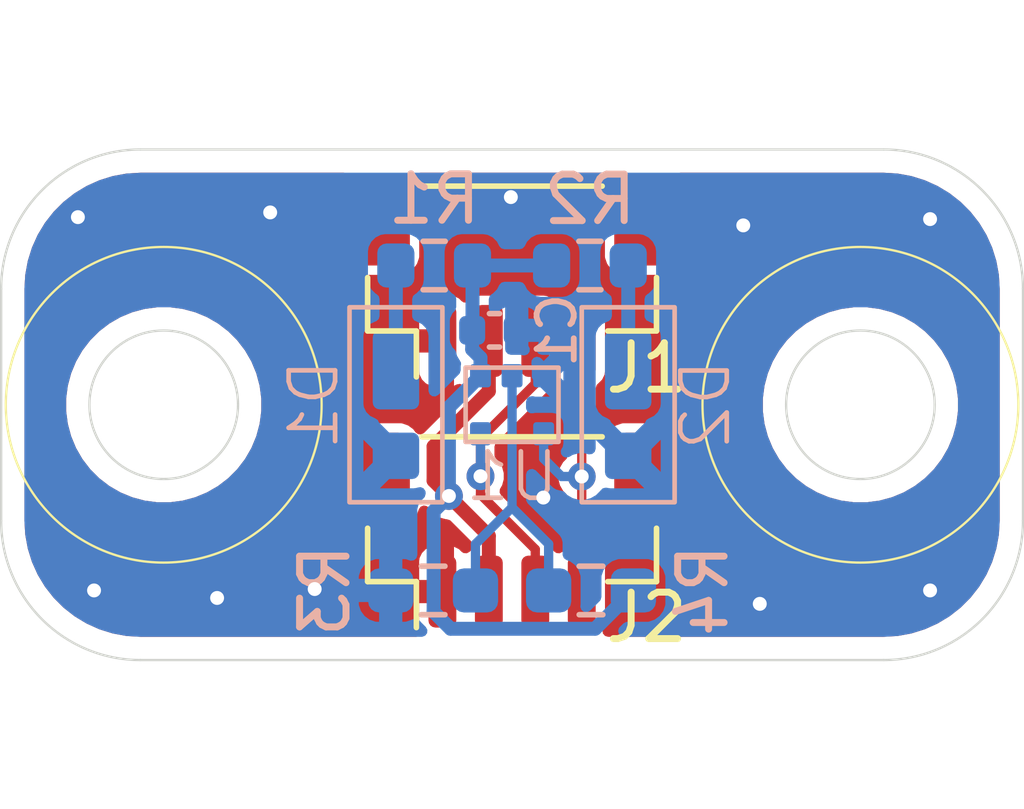
<source format=kicad_pcb>
(kicad_pcb (version 20241229) (generator "pcbnew") (generator_version "9.0")
  (layers (0 "F.Cu" signal) (2 "B.Cu" signal) (13 "F.Paste" user) (15 "B.Paste" user) (5 "F.SilkS" user "F.Silkscreen") (7 "B.SilkS" user "B.Silkscreen") (1 "F.Mask" user) (3 "B.Mask" user) (25 "Edge.Cuts" user))
  (net 0 "")
  (net 1 "GND")
  (net 2 "+3.3V")
  (net 3 "Net-(D1-A)")
  (net 4 "Net-(D2-A)")
  (net 5 "Net-(J1-Pin_3)")
  (net 6 "Net-(J1-Pin_4)")
  (net 7 "Net-(U1-ADDR)")
  (footprint "Connector_JST:JST_SH_BM04B-SRSS-TB_1x04-1MP_P1.00mm_Vertical" (layer "F.Cu") (at 46 19.3)
    (property "Reference" "J1" (at 2.897 1.9092 0) (layer "F.SilkS"))
    (property "Value" "Conn_01x04")
    (fp_line (start -3.11 -0.04) (end -3.11 1.11) (stroke (width 0.12)) (layer "F.SilkS"))
    (fp_line (start -3.11 1.11) (end -2.06 1.11) (stroke (width 0.12)) (layer "F.SilkS"))
    (fp_line (start -2.06 1.11) (end -2.06 2.1) (stroke (width 0.12)) (layer "F.SilkS"))
    (fp_line (start -1.94 -2.01) (end 1.94 -2.01) (stroke (width 0.12)) (layer "F.SilkS"))
    (fp_line (start 3.11 -0.04) (end 3.11 1.11) (stroke (width 0.12)) (layer "F.SilkS"))
    (fp_line (start 3.11 1.11) (end 2.06 1.11) (stroke (width 0.12)) (layer "F.SilkS"))
    (pad "1" smd roundrect (at -1.5 1.325) (size 0.6 1.55) (layers "F.Cu" "F.Mask" "F.Paste") (net 1 "GND"))
    (pad "2" smd roundrect (at -0.5 1.325) (size 0.6 1.55) (layers "F.Cu" "F.Mask" "F.Paste") (net 2 "+3.3V"))
    (pad "3" smd roundrect (at 0.5 1.325) (size 0.6 1.55) (layers "F.Cu" "F.Mask" "F.Paste") (net 5 "Net-(J1-Pin_3)"))
    (pad "4" smd roundrect (at 1.5 1.325) (size 0.6 1.55) (layers "F.Cu" "F.Mask" "F.Paste") (net 6 "Net-(J1-Pin_4)"))
    (pad "MP" smd roundrect (at -2.8 -1.2) (size 1.2 1.8) (layers "F.Cu" "F.Mask" "F.Paste") (roundrect_rratio 0.208333))
    (pad "MP" smd roundrect (at 2.8 -1.2) (size 1.2 1.8) (layers "F.Cu" "F.Mask" "F.Paste") (roundrect_rratio 0.208333))
  )
  (footprint "Connector_JST:JST_SH_BM04B-SRSS-TB_1x04-1MP_P1.00mm_Vertical" (layer "F.Cu") (at 46 24.7)
    (property "Reference" "J2" (at 2.897 1.8822 0) (layer "F.SilkS"))
    (property "Value" "Conn_01x04")
    (fp_line (start -3.11 -0.04) (end -3.11 1.11) (stroke (width 0.12)) (layer "F.SilkS"))
    (fp_line (start -3.11 1.11) (end -2.06 1.11) (stroke (width 0.12)) (layer "F.SilkS"))
    (fp_line (start -2.06 1.11) (end -2.06 2.1) (stroke (width 0.12)) (layer "F.SilkS"))
    (fp_line (start -1.94 -2.01) (end 1.94 -2.01) (stroke (width 0.12)) (layer "F.SilkS"))
    (fp_line (start 3.11 -0.04) (end 3.11 1.11) (stroke (width 0.12)) (layer "F.SilkS"))
    (fp_line (start 3.11 1.11) (end 2.06 1.11) (stroke (width 0.12)) (layer "F.SilkS"))
    (pad "1" smd roundrect (at -1.5 1.325) (size 0.6 1.55) (layers "F.Cu" "F.Mask" "F.Paste") (net 1 "GND"))
    (pad "2" smd roundrect (at -0.5 1.325) (size 0.6 1.55) (layers "F.Cu" "F.Mask" "F.Paste") (net 2 "+3.3V"))
    (pad "3" smd roundrect (at 0.5 1.325) (size 0.6 1.55) (layers "F.Cu" "F.Mask" "F.Paste") (net 5 "Net-(J1-Pin_3)"))
    (pad "4" smd roundrect (at 1.5 1.325) (size 0.6 1.55) (layers "F.Cu" "F.Mask" "F.Paste") (net 6 "Net-(J1-Pin_4)"))
    (pad "MP" smd roundrect (at -2.8 -1.2) (size 1.2 1.8) (layers "F.Cu" "F.Mask" "F.Paste") (roundrect_rratio 0.208333))
    (pad "MP" smd roundrect (at 2.8 -1.2) (size 1.2 1.8) (layers "F.Cu" "F.Mask" "F.Paste") (roundrect_rratio 0.208333))
  )
  (footprint "Resistor_SMD:R_0603_1608Metric_Pad0.98x0.95mm_HandSolder" (layer "B.Cu") (at 47.7 26)
    (property "Reference" "R4" (at 2.41 0 90) (layer "B.SilkS") (effects (justify mirror)))
    (property "Value" "100k")
    (fp_line (start -0.254724 -0.5225) (end 0.254724 -0.5225) (stroke (width 0.12)) (layer "B.SilkS"))
    (fp_line (start -0.254724 0.5225) (end 0.254724 0.5225) (stroke (width 0.12)) (layer "B.SilkS"))
    (pad "1" smd roundrect (at -0.9125 0) (size 0.975 0.95) (layers "B.Cu" "B.Mask" "B.Paste") (net 7 "Net-(U1-ADDR)"))
    (pad "2" smd roundrect (at 0.9125 0) (size 0.975 0.95) (layers "B.Cu" "B.Mask" "B.Paste") (net 2 "+3.3V"))
  )
  (footprint "Resistor_SMD:R_0603_1608Metric_Pad0.98x0.95mm_HandSolder" (layer "B.Cu") (at 44.3 26)
    (property "Reference" "R3" (at -2.33 0 270) (layer "B.SilkS") (effects (justify mirror)))
    (property "Value" "0")
    (fp_line (start -0.254724 -0.5225) (end 0.254724 -0.5225) (stroke (width 0.12)) (layer "B.SilkS"))
    (fp_line (start -0.254724 0.5225) (end 0.254724 0.5225) (stroke (width 0.12)) (layer "B.SilkS"))
    (pad "1" smd roundrect (at -0.9125 0) (size 0.975 0.95) (layers "B.Cu" "B.Mask" "B.Paste") (net 1 "GND"))
    (pad "2" smd roundrect (at 0.9125 0) (size 0.975 0.95) (layers "B.Cu" "B.Mask" "B.Paste") (net 7 "Net-(U1-ADDR)"))
  )
  (footprint "Capacitor_SMD:C_0402_1005Metric" (layer "B.Cu") (at 45.621 20.3962)
    (property "Reference" "C1" (at 1.3436 0 90) (layer "B.SilkS") (effects (font (size 0.8 0.8) (thickness 0.125)) (justify mirror)))
    (property "Value" "100n")
    (fp_line (start -0.107836 -0.36) (end 0.107836 -0.36) (stroke (width 0.12)) (layer "B.SilkS"))
    (fp_line (start -0.107836 0.36) (end 0.107836 0.36) (stroke (width 0.12)) (layer "B.SilkS"))
    (pad "1" smd roundrect (at -0.48 0) (size 0.56 0.62) (layers "B.Cu" "B.Mask" "B.Paste") (net 2 "+3.3V"))
    (pad "2" smd roundrect (at 0.48 0) (size 0.56 0.62) (layers "B.Cu" "B.Mask" "B.Paste") (net 1 "GND"))
  )
  (footprint "RKL-LED:XL-3014UWC-02" (layer "B.Cu") (at 43.5 22 90)
    (property "Reference" "D1" (at 0.0036 -1.7678 90) (layer "B.SilkS") (effects (font (thickness 0.1)) (justify mirror)))
    (property "Value" "LED")
    (fp_rect (start -2.1 1) (end 2.1 -1) (stroke (width 0.1)) (fill no) (layer "B.SilkS"))
    (pad "1" smd roundrect (at -1.1 0 90) (size 1 1) (layers "B.Cu" "B.Mask" "B.Paste") (roundrect_rratio 0.15) (net 1 "GND"))
    (pad "2" smd roundrect (at 0.75 0 90) (size 1.7 1) (layers "B.Cu" "B.Mask" "B.Paste") (roundrect_rratio 0.15) (net 3 "Net-(D1-A)"))
  )
  (footprint "Resistor_SMD:R_0603_1608Metric" (layer "B.Cu") (at 47.6758 19)
    (property "Reference" "R2" (at 0 -1.4232 180) (layer "B.SilkS") (effects (justify mirror)))
    (property "Value" "33")
    (fp_line (start -0.237258 -0.5225) (end 0.237258 -0.5225) (stroke (width 0.12)) (layer "B.SilkS"))
    (fp_line (start -0.237258 0.5225) (end 0.237258 0.5225) (stroke (width 0.12)) (layer "B.SilkS"))
    (pad "1" smd roundrect (at -0.825 0) (size 0.8 0.95) (layers "B.Cu" "B.Mask" "B.Paste") (net 2 "+3.3V"))
    (pad "2" smd roundrect (at 0.825 0) (size 0.8 0.95) (layers "B.Cu" "B.Mask" "B.Paste") (net 4 "Net-(D2-A)"))
  )
  (footprint "RKL-LED:XL-3014UWC-02" (layer "B.Cu") (at 48.5 22 90)
    (property "Reference" "D2" (at 0 1.665 90) (layer "B.SilkS") (effects (font (thickness 0.1)) (justify mirror)))
    (property "Value" "LED")
    (fp_rect (start -2.1 1) (end 2.1 -1) (stroke (width 0.1)) (fill no) (layer "B.SilkS"))
    (pad "1" smd roundrect (at -1.1 0 90) (size 1 1) (layers "B.Cu" "B.Mask" "B.Paste") (roundrect_rratio 0.15) (net 1 "GND"))
    (pad "2" smd roundrect (at 0.75 0 90) (size 1.7 1) (layers "B.Cu" "B.Mask" "B.Paste") (roundrect_rratio 0.15) (net 4 "Net-(D2-A)"))
  )
  (footprint "RKL-SpecialModules:ZSCS-2016C-08D-Z4" (layer "B.Cu") (at 46 22 90)
    (property "Reference" "U1" (at -1.5458 -0.0006 0) (layer "B.SilkS") (effects (font (thickness 0.1)) (justify mirror)))
    (property "Value" "ZSCS-2016C-08D-Z4")
    (fp_rect (start -0.8 1) (end 0.8 -1) (stroke (width 0.1)) (fill no) (layer "B.SilkS"))
    (pad "1" smd roundrect (at -0.625 0.68 90) (size 0.5 0.45) (layers "B.Cu" "B.Mask" "B.Paste") (roundrect_rratio 0.15) (net 6 "Net-(J1-Pin_4)"))
    (pad "2" smd roundrect (at -0.625 -0.68 90) (size 0.5 0.45) (layers "B.Cu" "B.Mask" "B.Paste") (roundrect_rratio 0.15) (net 5 "Net-(J1-Pin_3)"))
    (pad "3" smd roundrect (at 0.625 -0.68 90) (size 0.5 0.45) (layers "B.Cu" "B.Mask" "B.Paste") (roundrect_rratio 0.15) (net 2 "+3.3V"))
    (pad "4" smd roundrect (at 0.625 0 90) (size 0.5 0.45) (layers "B.Cu" "B.Mask" "B.Paste") (roundrect_rratio 0.15) (net 7 "Net-(U1-ADDR)"))
    (pad "5" smd roundrect (at 0.625 0.68 90) (size 0.5 0.45) (layers "B.Cu" "B.Mask" "B.Paste") (roundrect_rratio 0.15) (net 1 "GND"))
  )
  (footprint "Resistor_SMD:R_0603_1608Metric" (layer "B.Cu") (at 44.323 19 180)
    (property "Reference" "R1" (at 0 1.43 0) (layer "B.SilkS") (effects (justify mirror)))
    (property "Value" "33")
    (fp_line (start -0.237258 0.5225) (end 0.237258 0.5225) (stroke (width 0.12)) (layer "B.SilkS"))
    (fp_line (start -0.237258 -0.5225) (end 0.237258 -0.5225) (stroke (width 0.12)) (layer "B.SilkS"))
    (pad "1" smd roundrect (at -0.825 0 180) (size 0.8 0.95) (layers "B.Cu" "B.Mask" "B.Paste") (net 2 "+3.3V"))
    (pad "2" smd roundrect (at 0.825 0 180) (size 0.8 0.95) (layers "B.Cu" "B.Mask" "B.Paste") (net 3 "Net-(D1-A)"))
  )
  (gr_circle (center 53.5 22) (end 56.9 22) (stroke (width 0.05)) (fill no) (layer "F.SilkS"))
  (gr_circle (center 38.5 22) (end 41.9 22) (stroke (width 0.05)) (fill no) (layer "F.SilkS"))
  (gr_circle (center 53.5 22) (end 55.1 22) (stroke (width 0.05)) (fill no) (layer "Edge.Cuts"))
  (gr_arc (start 35 19.5) (mid 35.87868 17.37868) (end 38 16.5) (stroke (width 0.05)) (layer "Edge.Cuts"))
  (gr_arc (start 57 24.5) (mid 56.12132 26.62132) (end 54 27.5) (stroke (width 0.05)) (layer "Edge.Cuts"))
  (gr_line (start 57 24.5) (end 57 19.5) (stroke (width 0.05)) (layer "Edge.Cuts"))
  (gr_arc (start 54 16.5) (mid 56.12132 17.37868) (end 57 19.5) (stroke (width 0.05)) (layer "Edge.Cuts"))
  (gr_line (start 38 27.5) (end 54 27.5) (stroke (width 0.05)) (layer "Edge.Cuts"))
  (gr_line (start 54 16.5) (end 38 16.5) (stroke (width 0.05)) (layer "Edge.Cuts"))
  (gr_circle (center 38.5 22) (end 40.1 22) (stroke (width 0.05)) (fill no) (layer "Edge.Cuts"))
  (gr_arc (start 38 27.5) (mid 35.87868 26.62132) (end 35 24.5) (stroke (width 0.05)) (layer "Edge.Cuts"))
  (gr_line (start 35 19.5) (end 35 24.5) (stroke (width 0.05)) (layer "Edge.Cuts"))
  (via (at 39.6494 26.162) (size 0.6) (drill 0.3) (layers "F.Cu" "B.Cu") (net 1))
  (via (at 45.974 17.526) (size 0.6) (drill 0.3) (layers "F.Cu" "B.Cu") (net 1))
  (via (at 50.9778 18.1356) (size 0.6) (drill 0.3) (layers "F.Cu" "B.Cu") (net 1))
  (via (at 37 26) (size 0.6) (drill 0.3) (layers "F.Cu" "B.Cu") (net 1))
  (via (at 55 18) (size 0.6) (drill 0.3) (layers "F.Cu" "B.Cu") (net 1))
  (via (at 46.673241 23.999214) (size 0.6) (drill 0.3) (layers "F.Cu" "B.Cu") (net 1))
  (via (at 40.7924 17.8562) (size 0.6) (drill 0.3) (layers "F.Cu" "B.Cu") (net 1))
  (via (at 36.6522 17.9578) (size 0.6) (drill 0.3) (layers "F.Cu" "B.Cu") (net 1))
  (via (at 51.3334 26.289) (size 0.6) (drill 0.3) (layers "F.Cu" "B.Cu") (net 1))
  (via (at 55 26) (size 0.6) (drill 0.3) (layers "F.Cu" "B.Cu") (net 1))
  (via (at 41.75 25.97) (size 0.6) (drill 0.3) (layers "F.Cu" "B.Cu") (net 1))
  (segment (start 44.31 22.8984) (end 45.5 21.7084) (width 0.3) (layer "F.Cu") (net 2))
  (segment (start 45.5 21.7084) (end 45.5 20.625) (width 0.3) (layer "F.Cu") (net 2))
  (segment (start 45.5 26.025) (end 45.5 24.8244) (width 0.3) (layer "F.Cu") (net 2))
  (segment (start 44.31 23.6344) (end 44.31 22.8984) (width 0.3) (layer "F.Cu") (net 2))
  (segment (start 45.5 24.8244) (end 44.6405 23.9649) (width 0.3) (layer "F.Cu") (net 2))
  (segment (start 44.6405 23.9649) (end 44.31 23.6344) (width 0.3) (layer "F.Cu") (net 2))
  (via (at 44.6405 23.9649) (size 0.6) (drill 0.3) (layers "F.Cu" "B.Cu") (net 2))
  (segment (start 45.141 20.8078) (end 45.32 20.9868) (width 0.3) (layer "B.Cu") (net 2))
  (segment (start 44.311 26.46) (end 44.677 26.826) (width 0.3) (layer "B.Cu") (net 2))
  (segment (start 45.148 19) (end 45.148 20.3892) (width 0.3) (layer "B.Cu") (net 2))
  (segment (start 45.148 19) (end 46.8508 19) (width 0.3) (layer "B.Cu") (net 2))
  (segment (start 44.6405 22.0545) (end 45.32 21.375) (width 0.3) (layer "B.Cu") (net 2))
  (segment (start 45.148 20.3892) (end 45.141 20.3962) (width 0.3) (layer "B.Cu") (net 2))
  (segment (start 45.141 20.3962) (end 45.141 20.8078) (width 0.3) (layer "B.Cu") (net 2))
  (segment (start 44.311 24.2944) (end 44.311 26.46) (width 0.3) (layer "B.Cu") (net 2))
  (segment (start 44.6405 23.9649) (end 44.311 24.2944) (width 0.3) (layer "B.Cu") (net 2))
  (segment (start 44.677 26.826) (end 47.7865 26.826) (width 0.3) (layer "B.Cu") (net 2))
  (segment (start 47.7865 26.826) (end 48.6125 26) (width 0.3) (layer "B.Cu") (net 2))
  (segment (start 44.6405 23.9649) (end 44.6405 22.0545) (width 0.3) (layer "B.Cu") (net 2))
  (segment (start 45.3162 21.3712) (end 45.32 21.375) (width 0.3) (layer "B.Cu") (net 2))
  (segment (start 45.32 20.9868) (end 45.32 21.375) (width 0.3) (layer "B.Cu") (net 2))
  (segment (start 43.498 19) (end 43.498 21.248) (width 0.3) (layer "B.Cu") (net 3))
  (segment (start 43.498 21.248) (end 43.5 21.25) (width 0.3) (layer "B.Cu") (net 3))
  (segment (start 48.5008 21.2492) (end 48.5 21.25) (width 0.3) (layer "B.Cu") (net 4))
  (segment (start 48.5008 19) (end 48.5008 21.2492) (width 0.3) (layer "B.Cu") (net 4))
  (segment (start 45.32 23.5394) (end 45.32 22.7266) (width 0.2) (layer "F.Cu") (net 5))
  (segment (start 46.5 26.025) (end 46.5 25.1132) (width 0.2) (layer "F.Cu") (net 5))
  (segment (start 46.5 21.5466) (end 46.5 20.625) (width 0.2) (layer "F.Cu") (net 5))
  (segment (start 45.32 22.7266) (end 46.5 21.5466) (width 0.2) (layer "F.Cu") (net 5))
  (segment (start 45.32 23.9332) (end 45.32 23.5394) (width 0.2) (layer "F.Cu") (net 5))
  (segment (start 46.5 25.1132) (end 45.32 23.9332) (width 0.2) (layer "F.Cu") (net 5))
  (via (at 45.32 23.5394) (size 0.6) (drill 0.3) (layers "F.Cu" "B.Cu") (net 5))
  (segment (start 45.32 22.625) (end 45.32 23.5394) (width 0.2) (layer "B.Cu") (net 5))
  (segment (start 47.5 26.025) (end 47.5 23.5458) (width 0.2) (layer "F.Cu") (net 6))
  (segment (start 47.5 23.5458) (end 47.5 20.625) (width 0.2) (layer "F.Cu") (net 6))
  (via (at 47.5 23.5458) (size 0.6) (drill 0.3) (layers "F.Cu" "B.Cu") (net 6))
  (segment (start 46.68 23.1596) (end 47.0662 23.5458) (width 0.2) (layer "B.Cu") (net 6))
  (segment (start 47.0662 23.5458) (end 47.5 23.5458) (width 0.2) (layer "B.Cu") (net 6))
  (segment (start 46.68 22.625) (end 46.68 23.1596) (width 0.2) (layer "B.Cu") (net 6))
  (segment (start 46.7875 26) (end 46.7875 25) (width 0.2) (layer "B.Cu") (net 7))
  (segment (start 46.7875 25) (end 46 24.2125) (width 0.2) (layer "B.Cu") (net 7))
  (segment (start 45.2125 25) (end 46 24.2125) (width 0.2) (layer "B.Cu") (net 7))
  (segment (start 45.2125 26) (end 45.2125 25) (width 0.2) (layer "B.Cu") (net 7))
  (segment (start 46 24.2125) (end 46 21.375) (width 0.2) (layer "B.Cu") (net 7))
  (zone (net 1) (net_name "GND") (layers "F.Cu" "B.Cu") (connect_pads (clearance 0.2)) (min_thickness 0.25) (fill yes (thermal_gap 0.2) (thermal_bridge_width 0.5))
    (polygon (pts (xy 35.0012 16.4846) (xy 56.9976 16.4846) (xy 56.9976 27.4828) (xy 35.0012 27.4828)))
  )
)
</source>
